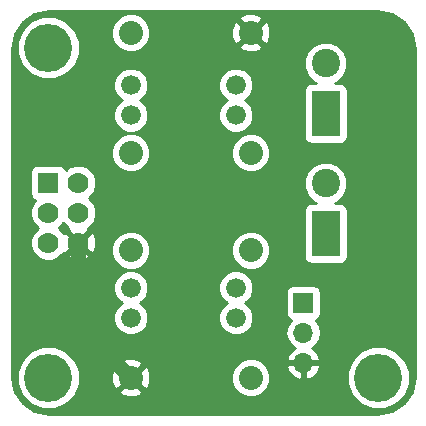
<source format=gbl>
G04 #@! TF.FileFunction,Copper,L2,Bot,Signal*
%FSLAX46Y46*%
G04 Gerber Fmt 4.6, Leading zero omitted, Abs format (unit mm)*
G04 Created by KiCad (PCBNEW 4.0.7-e2-6376~58~ubuntu16.04.1) date Thu Sep 21 22:43:52 2017*
%MOMM*%
%LPD*%
G01*
G04 APERTURE LIST*
%ADD10C,0.050800*%
%ADD11C,2.400000*%
%ADD12R,2.400000X2.400000*%
%ADD13R,1.700000X1.700000*%
%ADD14O,1.700000X1.700000*%
%ADD15C,1.676400*%
%ADD16R,1.778000X1.778000*%
%ADD17C,1.778000*%
%ADD18C,2.032000*%
%ADD19C,4.064000*%
%ADD20C,1.270000*%
%ADD21C,0.254000*%
G04 APERTURE END LIST*
D10*
D11*
X82550000Y-34330000D03*
D12*
X82550000Y-39330000D03*
X82550000Y-37830000D03*
D11*
X82550000Y-44490000D03*
D12*
X82550000Y-49490000D03*
X82550000Y-47990000D03*
D13*
X80645000Y-54610000D03*
D14*
X80645000Y-57150000D03*
X80645000Y-59690000D03*
D15*
X74930000Y-36195000D03*
X74930000Y-38735000D03*
X66040000Y-38735000D03*
X66040000Y-36195000D03*
X74930000Y-55880000D03*
X74930000Y-53340000D03*
X66040000Y-53340000D03*
X66040000Y-55880000D03*
D16*
X59055000Y-44450000D03*
D17*
X61595000Y-44450000D03*
X59055000Y-46990000D03*
X61595000Y-46990000D03*
X59055000Y-49530000D03*
X61595000Y-49530000D03*
D18*
X66040000Y-41910000D03*
X76200000Y-41910000D03*
X66040000Y-31750000D03*
X76200000Y-31750000D03*
X66040000Y-50165000D03*
X76200000Y-50165000D03*
X76200000Y-60960000D03*
X66040000Y-60960000D03*
D19*
X59055000Y-33020000D03*
X59055000Y-60960000D03*
X86995000Y-60960000D03*
D20*
X61595000Y-49530000D02*
X61595000Y-56515000D01*
X61595000Y-56515000D02*
X66040000Y-60960000D01*
D21*
G36*
X88175995Y-30168824D02*
X89177196Y-30837804D01*
X89846175Y-31839005D01*
X90095000Y-33089931D01*
X90095000Y-60890069D01*
X89846175Y-62140995D01*
X89177196Y-63142196D01*
X88175995Y-63811176D01*
X86925069Y-64060000D01*
X59124931Y-64060000D01*
X57874005Y-63811175D01*
X56872804Y-63142196D01*
X56203824Y-62140995D01*
X56073970Y-61488172D01*
X56387538Y-61488172D01*
X56792709Y-62468761D01*
X57542293Y-63219655D01*
X58522173Y-63626536D01*
X59583172Y-63627462D01*
X60563761Y-63222291D01*
X61314655Y-62472707D01*
X61459406Y-62124107D01*
X65055498Y-62124107D01*
X65156120Y-62392622D01*
X65771642Y-62621816D01*
X66428019Y-62598014D01*
X66923880Y-62392622D01*
X67024502Y-62124107D01*
X66040000Y-61139605D01*
X65055498Y-62124107D01*
X61459406Y-62124107D01*
X61721536Y-61492827D01*
X61722235Y-60691642D01*
X64378184Y-60691642D01*
X64401986Y-61348019D01*
X64607378Y-61843880D01*
X64875893Y-61944502D01*
X65860395Y-60960000D01*
X66219605Y-60960000D01*
X67204107Y-61944502D01*
X67472622Y-61843880D01*
X67679994Y-61286963D01*
X74548714Y-61286963D01*
X74799534Y-61893995D01*
X75263563Y-62358834D01*
X75870155Y-62610713D01*
X76526963Y-62611286D01*
X77133995Y-62360466D01*
X77598834Y-61896437D01*
X77768360Y-61488172D01*
X84327538Y-61488172D01*
X84732709Y-62468761D01*
X85482293Y-63219655D01*
X86462173Y-63626536D01*
X87523172Y-63627462D01*
X88503761Y-63222291D01*
X89254655Y-62472707D01*
X89661536Y-61492827D01*
X89662462Y-60431828D01*
X89257291Y-59451239D01*
X88507707Y-58700345D01*
X87527827Y-58293464D01*
X86466828Y-58292538D01*
X85486239Y-58697709D01*
X84735345Y-59447293D01*
X84328464Y-60427173D01*
X84327538Y-61488172D01*
X77768360Y-61488172D01*
X77850713Y-61289845D01*
X77851286Y-60633037D01*
X77609096Y-60046890D01*
X79203524Y-60046890D01*
X79373355Y-60456924D01*
X79763642Y-60885183D01*
X80288108Y-61131486D01*
X80518000Y-61010819D01*
X80518000Y-59817000D01*
X80772000Y-59817000D01*
X80772000Y-61010819D01*
X81001892Y-61131486D01*
X81526358Y-60885183D01*
X81916645Y-60456924D01*
X82086476Y-60046890D01*
X81965155Y-59817000D01*
X80772000Y-59817000D01*
X80518000Y-59817000D01*
X79324845Y-59817000D01*
X79203524Y-60046890D01*
X77609096Y-60046890D01*
X77600466Y-60026005D01*
X77136437Y-59561166D01*
X76529845Y-59309287D01*
X75873037Y-59308714D01*
X75266005Y-59559534D01*
X74801166Y-60023563D01*
X74549287Y-60630155D01*
X74548714Y-61286963D01*
X67679994Y-61286963D01*
X67701816Y-61228358D01*
X67678014Y-60571981D01*
X67472622Y-60076120D01*
X67204107Y-59975498D01*
X66219605Y-60960000D01*
X65860395Y-60960000D01*
X64875893Y-59975498D01*
X64607378Y-60076120D01*
X64378184Y-60691642D01*
X61722235Y-60691642D01*
X61722462Y-60431828D01*
X61459700Y-59795893D01*
X65055498Y-59795893D01*
X66040000Y-60780395D01*
X67024502Y-59795893D01*
X66923880Y-59527378D01*
X66308358Y-59298184D01*
X65651981Y-59321986D01*
X65156120Y-59527378D01*
X65055498Y-59795893D01*
X61459700Y-59795893D01*
X61317291Y-59451239D01*
X60567707Y-58700345D01*
X59587827Y-58293464D01*
X58526828Y-58292538D01*
X57546239Y-58697709D01*
X56795345Y-59447293D01*
X56388464Y-60427173D01*
X56387538Y-61488172D01*
X56073970Y-61488172D01*
X55955000Y-60890069D01*
X55955000Y-53631752D01*
X64566545Y-53631752D01*
X64790353Y-54173411D01*
X65204409Y-54588190D01*
X65256392Y-54609775D01*
X65206589Y-54630353D01*
X64791810Y-55044409D01*
X64567056Y-55585677D01*
X64566545Y-56171752D01*
X64790353Y-56713411D01*
X65204409Y-57128190D01*
X65745677Y-57352944D01*
X66331752Y-57353455D01*
X66873411Y-57129647D01*
X67288190Y-56715591D01*
X67512944Y-56174323D01*
X67513455Y-55588248D01*
X67289647Y-55046589D01*
X66875591Y-54631810D01*
X66823608Y-54610225D01*
X66873411Y-54589647D01*
X67288190Y-54175591D01*
X67512944Y-53634323D01*
X67512946Y-53631752D01*
X73456545Y-53631752D01*
X73680353Y-54173411D01*
X74094409Y-54588190D01*
X74146392Y-54609775D01*
X74096589Y-54630353D01*
X73681810Y-55044409D01*
X73457056Y-55585677D01*
X73456545Y-56171752D01*
X73680353Y-56713411D01*
X74094409Y-57128190D01*
X74635677Y-57352944D01*
X75221752Y-57353455D01*
X75714152Y-57150000D01*
X79130907Y-57150000D01*
X79243946Y-57718285D01*
X79565853Y-58200054D01*
X79906553Y-58427702D01*
X79763642Y-58494817D01*
X79373355Y-58923076D01*
X79203524Y-59333110D01*
X79324845Y-59563000D01*
X80518000Y-59563000D01*
X80518000Y-59543000D01*
X80772000Y-59543000D01*
X80772000Y-59563000D01*
X81965155Y-59563000D01*
X82086476Y-59333110D01*
X81916645Y-58923076D01*
X81526358Y-58494817D01*
X81383447Y-58427702D01*
X81724147Y-58200054D01*
X82046054Y-57718285D01*
X82159093Y-57150000D01*
X82046054Y-56581715D01*
X81724147Y-56099946D01*
X81682548Y-56072150D01*
X81730317Y-56063162D01*
X81946441Y-55924090D01*
X82091431Y-55711890D01*
X82142440Y-55460000D01*
X82142440Y-53760000D01*
X82098162Y-53524683D01*
X81959090Y-53308559D01*
X81746890Y-53163569D01*
X81495000Y-53112560D01*
X79795000Y-53112560D01*
X79559683Y-53156838D01*
X79343559Y-53295910D01*
X79198569Y-53508110D01*
X79147560Y-53760000D01*
X79147560Y-55460000D01*
X79191838Y-55695317D01*
X79330910Y-55911441D01*
X79543110Y-56056431D01*
X79610541Y-56070086D01*
X79565853Y-56099946D01*
X79243946Y-56581715D01*
X79130907Y-57150000D01*
X75714152Y-57150000D01*
X75763411Y-57129647D01*
X76178190Y-56715591D01*
X76402944Y-56174323D01*
X76403455Y-55588248D01*
X76179647Y-55046589D01*
X75765591Y-54631810D01*
X75713608Y-54610225D01*
X75763411Y-54589647D01*
X76178190Y-54175591D01*
X76402944Y-53634323D01*
X76403455Y-53048248D01*
X76179647Y-52506589D01*
X75765591Y-52091810D01*
X75224323Y-51867056D01*
X74638248Y-51866545D01*
X74096589Y-52090353D01*
X73681810Y-52504409D01*
X73457056Y-53045677D01*
X73456545Y-53631752D01*
X67512946Y-53631752D01*
X67513455Y-53048248D01*
X67289647Y-52506589D01*
X66875591Y-52091810D01*
X66334323Y-51867056D01*
X65748248Y-51866545D01*
X65206589Y-52090353D01*
X64791810Y-52504409D01*
X64567056Y-53045677D01*
X64566545Y-53631752D01*
X55955000Y-53631752D01*
X55955000Y-43561000D01*
X57518560Y-43561000D01*
X57518560Y-45339000D01*
X57562838Y-45574317D01*
X57701910Y-45790441D01*
X57914110Y-45935431D01*
X57947494Y-45942191D01*
X57763769Y-46125596D01*
X57531265Y-46685528D01*
X57530736Y-47291812D01*
X57762262Y-47852149D01*
X58169737Y-48260336D01*
X57763769Y-48665596D01*
X57531265Y-49225528D01*
X57530736Y-49831812D01*
X57762262Y-50392149D01*
X58190596Y-50821231D01*
X58750528Y-51053735D01*
X59356812Y-51054264D01*
X59917149Y-50822738D01*
X60138076Y-50602196D01*
X60702409Y-50602196D01*
X60787467Y-50857539D01*
X61356965Y-51065516D01*
X61962700Y-51039723D01*
X62402533Y-50857539D01*
X62487591Y-50602196D01*
X62377358Y-50491963D01*
X64388714Y-50491963D01*
X64639534Y-51098995D01*
X65103563Y-51563834D01*
X65710155Y-51815713D01*
X66366963Y-51816286D01*
X66973995Y-51565466D01*
X67438834Y-51101437D01*
X67690713Y-50494845D01*
X67690715Y-50491963D01*
X74548714Y-50491963D01*
X74799534Y-51098995D01*
X75263563Y-51563834D01*
X75870155Y-51815713D01*
X76526963Y-51816286D01*
X77133995Y-51565466D01*
X77598834Y-51101437D01*
X77850713Y-50494845D01*
X77851286Y-49838037D01*
X77600466Y-49231005D01*
X77136437Y-48766166D01*
X76529845Y-48514287D01*
X75873037Y-48513714D01*
X75266005Y-48764534D01*
X74801166Y-49228563D01*
X74549287Y-49835155D01*
X74548714Y-50491963D01*
X67690715Y-50491963D01*
X67691286Y-49838037D01*
X67440466Y-49231005D01*
X66976437Y-48766166D01*
X66369845Y-48514287D01*
X65713037Y-48513714D01*
X65106005Y-48764534D01*
X64641166Y-49228563D01*
X64389287Y-49835155D01*
X64388714Y-50491963D01*
X62377358Y-50491963D01*
X61595000Y-49709605D01*
X60702409Y-50602196D01*
X60138076Y-50602196D01*
X60346231Y-50394404D01*
X60357405Y-50367494D01*
X60522804Y-50422591D01*
X61415395Y-49530000D01*
X61774605Y-49530000D01*
X62667196Y-50422591D01*
X62922539Y-50337533D01*
X63130516Y-49768035D01*
X63104723Y-49162300D01*
X62922539Y-48722467D01*
X62667196Y-48637409D01*
X61774605Y-49530000D01*
X61415395Y-49530000D01*
X60522804Y-48637409D01*
X60357862Y-48692353D01*
X60347738Y-48667851D01*
X59940263Y-48259664D01*
X60325336Y-47875263D01*
X60730596Y-48281231D01*
X60757506Y-48292405D01*
X60702409Y-48457804D01*
X61595000Y-49350395D01*
X62487591Y-48457804D01*
X62432647Y-48292862D01*
X62457149Y-48282738D01*
X62886231Y-47854404D01*
X63118735Y-47294472D01*
X63119175Y-46790000D01*
X80702560Y-46790000D01*
X80702560Y-50690000D01*
X80746838Y-50925317D01*
X80885910Y-51141441D01*
X81098110Y-51286431D01*
X81350000Y-51337440D01*
X83750000Y-51337440D01*
X83985317Y-51293162D01*
X84201441Y-51154090D01*
X84346431Y-50941890D01*
X84397440Y-50690000D01*
X84397440Y-46790000D01*
X84353162Y-46554683D01*
X84214090Y-46338559D01*
X84001890Y-46193569D01*
X83750000Y-46142560D01*
X83355712Y-46142560D01*
X83588086Y-46046545D01*
X84104730Y-45530801D01*
X84384681Y-44856605D01*
X84385318Y-44126597D01*
X84106545Y-43451914D01*
X83590801Y-42935270D01*
X82916605Y-42655319D01*
X82186597Y-42654682D01*
X81511914Y-42933455D01*
X80995270Y-43449199D01*
X80715319Y-44123395D01*
X80714682Y-44853403D01*
X80993455Y-45528086D01*
X81509199Y-46044730D01*
X81744799Y-46142560D01*
X81350000Y-46142560D01*
X81114683Y-46186838D01*
X80898559Y-46325910D01*
X80753569Y-46538110D01*
X80702560Y-46790000D01*
X63119175Y-46790000D01*
X63119264Y-46688188D01*
X62887738Y-46127851D01*
X62480263Y-45719664D01*
X62886231Y-45314404D01*
X63118735Y-44754472D01*
X63119264Y-44148188D01*
X62887738Y-43587851D01*
X62459404Y-43158769D01*
X61899472Y-42926265D01*
X61293188Y-42925736D01*
X60732851Y-43157262D01*
X60549846Y-43339948D01*
X60547162Y-43325683D01*
X60408090Y-43109559D01*
X60195890Y-42964569D01*
X59944000Y-42913560D01*
X58166000Y-42913560D01*
X57930683Y-42957838D01*
X57714559Y-43096910D01*
X57569569Y-43309110D01*
X57518560Y-43561000D01*
X55955000Y-43561000D01*
X55955000Y-42236963D01*
X64388714Y-42236963D01*
X64639534Y-42843995D01*
X65103563Y-43308834D01*
X65710155Y-43560713D01*
X66366963Y-43561286D01*
X66973995Y-43310466D01*
X67438834Y-42846437D01*
X67690713Y-42239845D01*
X67690715Y-42236963D01*
X74548714Y-42236963D01*
X74799534Y-42843995D01*
X75263563Y-43308834D01*
X75870155Y-43560713D01*
X76526963Y-43561286D01*
X77133995Y-43310466D01*
X77598834Y-42846437D01*
X77850713Y-42239845D01*
X77851286Y-41583037D01*
X77600466Y-40976005D01*
X77136437Y-40511166D01*
X76529845Y-40259287D01*
X75873037Y-40258714D01*
X75266005Y-40509534D01*
X74801166Y-40973563D01*
X74549287Y-41580155D01*
X74548714Y-42236963D01*
X67690715Y-42236963D01*
X67691286Y-41583037D01*
X67440466Y-40976005D01*
X66976437Y-40511166D01*
X66369845Y-40259287D01*
X65713037Y-40258714D01*
X65106005Y-40509534D01*
X64641166Y-40973563D01*
X64389287Y-41580155D01*
X64388714Y-42236963D01*
X55955000Y-42236963D01*
X55955000Y-36486752D01*
X64566545Y-36486752D01*
X64790353Y-37028411D01*
X65204409Y-37443190D01*
X65256392Y-37464775D01*
X65206589Y-37485353D01*
X64791810Y-37899409D01*
X64567056Y-38440677D01*
X64566545Y-39026752D01*
X64790353Y-39568411D01*
X65204409Y-39983190D01*
X65745677Y-40207944D01*
X66331752Y-40208455D01*
X66873411Y-39984647D01*
X67288190Y-39570591D01*
X67512944Y-39029323D01*
X67513455Y-38443248D01*
X67289647Y-37901589D01*
X66875591Y-37486810D01*
X66823608Y-37465225D01*
X66873411Y-37444647D01*
X67288190Y-37030591D01*
X67512944Y-36489323D01*
X67512946Y-36486752D01*
X73456545Y-36486752D01*
X73680353Y-37028411D01*
X74094409Y-37443190D01*
X74146392Y-37464775D01*
X74096589Y-37485353D01*
X73681810Y-37899409D01*
X73457056Y-38440677D01*
X73456545Y-39026752D01*
X73680353Y-39568411D01*
X74094409Y-39983190D01*
X74635677Y-40207944D01*
X75221752Y-40208455D01*
X75763411Y-39984647D01*
X76178190Y-39570591D01*
X76402944Y-39029323D01*
X76403455Y-38443248D01*
X76179647Y-37901589D01*
X75765591Y-37486810D01*
X75713608Y-37465225D01*
X75763411Y-37444647D01*
X76178190Y-37030591D01*
X76344529Y-36630000D01*
X80702560Y-36630000D01*
X80702560Y-40530000D01*
X80746838Y-40765317D01*
X80885910Y-40981441D01*
X81098110Y-41126431D01*
X81350000Y-41177440D01*
X83750000Y-41177440D01*
X83985317Y-41133162D01*
X84201441Y-40994090D01*
X84346431Y-40781890D01*
X84397440Y-40530000D01*
X84397440Y-36630000D01*
X84353162Y-36394683D01*
X84214090Y-36178559D01*
X84001890Y-36033569D01*
X83750000Y-35982560D01*
X83355712Y-35982560D01*
X83588086Y-35886545D01*
X84104730Y-35370801D01*
X84384681Y-34696605D01*
X84385318Y-33966597D01*
X84106545Y-33291914D01*
X83590801Y-32775270D01*
X82916605Y-32495319D01*
X82186597Y-32494682D01*
X81511914Y-32773455D01*
X80995270Y-33289199D01*
X80715319Y-33963395D01*
X80714682Y-34693403D01*
X80993455Y-35368086D01*
X81509199Y-35884730D01*
X81744799Y-35982560D01*
X81350000Y-35982560D01*
X81114683Y-36026838D01*
X80898559Y-36165910D01*
X80753569Y-36378110D01*
X80702560Y-36630000D01*
X76344529Y-36630000D01*
X76402944Y-36489323D01*
X76403455Y-35903248D01*
X76179647Y-35361589D01*
X75765591Y-34946810D01*
X75224323Y-34722056D01*
X74638248Y-34721545D01*
X74096589Y-34945353D01*
X73681810Y-35359409D01*
X73457056Y-35900677D01*
X73456545Y-36486752D01*
X67512946Y-36486752D01*
X67513455Y-35903248D01*
X67289647Y-35361589D01*
X66875591Y-34946810D01*
X66334323Y-34722056D01*
X65748248Y-34721545D01*
X65206589Y-34945353D01*
X64791810Y-35359409D01*
X64567056Y-35900677D01*
X64566545Y-36486752D01*
X55955000Y-36486752D01*
X55955000Y-33548172D01*
X56387538Y-33548172D01*
X56792709Y-34528761D01*
X57542293Y-35279655D01*
X58522173Y-35686536D01*
X59583172Y-35687462D01*
X60563761Y-35282291D01*
X61314655Y-34532707D01*
X61721536Y-33552827D01*
X61722462Y-32491828D01*
X61551044Y-32076963D01*
X64388714Y-32076963D01*
X64639534Y-32683995D01*
X65103563Y-33148834D01*
X65710155Y-33400713D01*
X66366963Y-33401286D01*
X66973995Y-33150466D01*
X67210766Y-32914107D01*
X75215498Y-32914107D01*
X75316120Y-33182622D01*
X75931642Y-33411816D01*
X76588019Y-33388014D01*
X77083880Y-33182622D01*
X77184502Y-32914107D01*
X76200000Y-31929605D01*
X75215498Y-32914107D01*
X67210766Y-32914107D01*
X67438834Y-32686437D01*
X67690713Y-32079845D01*
X67691234Y-31481642D01*
X74538184Y-31481642D01*
X74561986Y-32138019D01*
X74767378Y-32633880D01*
X75035893Y-32734502D01*
X76020395Y-31750000D01*
X76379605Y-31750000D01*
X77364107Y-32734502D01*
X77632622Y-32633880D01*
X77861816Y-32018358D01*
X77838014Y-31361981D01*
X77632622Y-30866120D01*
X77364107Y-30765498D01*
X76379605Y-31750000D01*
X76020395Y-31750000D01*
X75035893Y-30765498D01*
X74767378Y-30866120D01*
X74538184Y-31481642D01*
X67691234Y-31481642D01*
X67691286Y-31423037D01*
X67440466Y-30816005D01*
X67210755Y-30585893D01*
X75215498Y-30585893D01*
X76200000Y-31570395D01*
X77184502Y-30585893D01*
X77083880Y-30317378D01*
X76468358Y-30088184D01*
X75811981Y-30111986D01*
X75316120Y-30317378D01*
X75215498Y-30585893D01*
X67210755Y-30585893D01*
X66976437Y-30351166D01*
X66369845Y-30099287D01*
X65713037Y-30098714D01*
X65106005Y-30349534D01*
X64641166Y-30813563D01*
X64389287Y-31420155D01*
X64388714Y-32076963D01*
X61551044Y-32076963D01*
X61317291Y-31511239D01*
X60567707Y-30760345D01*
X59587827Y-30353464D01*
X58526828Y-30352538D01*
X57546239Y-30757709D01*
X56795345Y-31507293D01*
X56388464Y-32487173D01*
X56387538Y-33548172D01*
X55955000Y-33548172D01*
X55955000Y-33089931D01*
X56203824Y-31839005D01*
X56872804Y-30837804D01*
X57874005Y-30168825D01*
X59124931Y-29920000D01*
X86925069Y-29920000D01*
X88175995Y-30168824D01*
X88175995Y-30168824D01*
G37*
X88175995Y-30168824D02*
X89177196Y-30837804D01*
X89846175Y-31839005D01*
X90095000Y-33089931D01*
X90095000Y-60890069D01*
X89846175Y-62140995D01*
X89177196Y-63142196D01*
X88175995Y-63811176D01*
X86925069Y-64060000D01*
X59124931Y-64060000D01*
X57874005Y-63811175D01*
X56872804Y-63142196D01*
X56203824Y-62140995D01*
X56073970Y-61488172D01*
X56387538Y-61488172D01*
X56792709Y-62468761D01*
X57542293Y-63219655D01*
X58522173Y-63626536D01*
X59583172Y-63627462D01*
X60563761Y-63222291D01*
X61314655Y-62472707D01*
X61459406Y-62124107D01*
X65055498Y-62124107D01*
X65156120Y-62392622D01*
X65771642Y-62621816D01*
X66428019Y-62598014D01*
X66923880Y-62392622D01*
X67024502Y-62124107D01*
X66040000Y-61139605D01*
X65055498Y-62124107D01*
X61459406Y-62124107D01*
X61721536Y-61492827D01*
X61722235Y-60691642D01*
X64378184Y-60691642D01*
X64401986Y-61348019D01*
X64607378Y-61843880D01*
X64875893Y-61944502D01*
X65860395Y-60960000D01*
X66219605Y-60960000D01*
X67204107Y-61944502D01*
X67472622Y-61843880D01*
X67679994Y-61286963D01*
X74548714Y-61286963D01*
X74799534Y-61893995D01*
X75263563Y-62358834D01*
X75870155Y-62610713D01*
X76526963Y-62611286D01*
X77133995Y-62360466D01*
X77598834Y-61896437D01*
X77768360Y-61488172D01*
X84327538Y-61488172D01*
X84732709Y-62468761D01*
X85482293Y-63219655D01*
X86462173Y-63626536D01*
X87523172Y-63627462D01*
X88503761Y-63222291D01*
X89254655Y-62472707D01*
X89661536Y-61492827D01*
X89662462Y-60431828D01*
X89257291Y-59451239D01*
X88507707Y-58700345D01*
X87527827Y-58293464D01*
X86466828Y-58292538D01*
X85486239Y-58697709D01*
X84735345Y-59447293D01*
X84328464Y-60427173D01*
X84327538Y-61488172D01*
X77768360Y-61488172D01*
X77850713Y-61289845D01*
X77851286Y-60633037D01*
X77609096Y-60046890D01*
X79203524Y-60046890D01*
X79373355Y-60456924D01*
X79763642Y-60885183D01*
X80288108Y-61131486D01*
X80518000Y-61010819D01*
X80518000Y-59817000D01*
X80772000Y-59817000D01*
X80772000Y-61010819D01*
X81001892Y-61131486D01*
X81526358Y-60885183D01*
X81916645Y-60456924D01*
X82086476Y-60046890D01*
X81965155Y-59817000D01*
X80772000Y-59817000D01*
X80518000Y-59817000D01*
X79324845Y-59817000D01*
X79203524Y-60046890D01*
X77609096Y-60046890D01*
X77600466Y-60026005D01*
X77136437Y-59561166D01*
X76529845Y-59309287D01*
X75873037Y-59308714D01*
X75266005Y-59559534D01*
X74801166Y-60023563D01*
X74549287Y-60630155D01*
X74548714Y-61286963D01*
X67679994Y-61286963D01*
X67701816Y-61228358D01*
X67678014Y-60571981D01*
X67472622Y-60076120D01*
X67204107Y-59975498D01*
X66219605Y-60960000D01*
X65860395Y-60960000D01*
X64875893Y-59975498D01*
X64607378Y-60076120D01*
X64378184Y-60691642D01*
X61722235Y-60691642D01*
X61722462Y-60431828D01*
X61459700Y-59795893D01*
X65055498Y-59795893D01*
X66040000Y-60780395D01*
X67024502Y-59795893D01*
X66923880Y-59527378D01*
X66308358Y-59298184D01*
X65651981Y-59321986D01*
X65156120Y-59527378D01*
X65055498Y-59795893D01*
X61459700Y-59795893D01*
X61317291Y-59451239D01*
X60567707Y-58700345D01*
X59587827Y-58293464D01*
X58526828Y-58292538D01*
X57546239Y-58697709D01*
X56795345Y-59447293D01*
X56388464Y-60427173D01*
X56387538Y-61488172D01*
X56073970Y-61488172D01*
X55955000Y-60890069D01*
X55955000Y-53631752D01*
X64566545Y-53631752D01*
X64790353Y-54173411D01*
X65204409Y-54588190D01*
X65256392Y-54609775D01*
X65206589Y-54630353D01*
X64791810Y-55044409D01*
X64567056Y-55585677D01*
X64566545Y-56171752D01*
X64790353Y-56713411D01*
X65204409Y-57128190D01*
X65745677Y-57352944D01*
X66331752Y-57353455D01*
X66873411Y-57129647D01*
X67288190Y-56715591D01*
X67512944Y-56174323D01*
X67513455Y-55588248D01*
X67289647Y-55046589D01*
X66875591Y-54631810D01*
X66823608Y-54610225D01*
X66873411Y-54589647D01*
X67288190Y-54175591D01*
X67512944Y-53634323D01*
X67512946Y-53631752D01*
X73456545Y-53631752D01*
X73680353Y-54173411D01*
X74094409Y-54588190D01*
X74146392Y-54609775D01*
X74096589Y-54630353D01*
X73681810Y-55044409D01*
X73457056Y-55585677D01*
X73456545Y-56171752D01*
X73680353Y-56713411D01*
X74094409Y-57128190D01*
X74635677Y-57352944D01*
X75221752Y-57353455D01*
X75714152Y-57150000D01*
X79130907Y-57150000D01*
X79243946Y-57718285D01*
X79565853Y-58200054D01*
X79906553Y-58427702D01*
X79763642Y-58494817D01*
X79373355Y-58923076D01*
X79203524Y-59333110D01*
X79324845Y-59563000D01*
X80518000Y-59563000D01*
X80518000Y-59543000D01*
X80772000Y-59543000D01*
X80772000Y-59563000D01*
X81965155Y-59563000D01*
X82086476Y-59333110D01*
X81916645Y-58923076D01*
X81526358Y-58494817D01*
X81383447Y-58427702D01*
X81724147Y-58200054D01*
X82046054Y-57718285D01*
X82159093Y-57150000D01*
X82046054Y-56581715D01*
X81724147Y-56099946D01*
X81682548Y-56072150D01*
X81730317Y-56063162D01*
X81946441Y-55924090D01*
X82091431Y-55711890D01*
X82142440Y-55460000D01*
X82142440Y-53760000D01*
X82098162Y-53524683D01*
X81959090Y-53308559D01*
X81746890Y-53163569D01*
X81495000Y-53112560D01*
X79795000Y-53112560D01*
X79559683Y-53156838D01*
X79343559Y-53295910D01*
X79198569Y-53508110D01*
X79147560Y-53760000D01*
X79147560Y-55460000D01*
X79191838Y-55695317D01*
X79330910Y-55911441D01*
X79543110Y-56056431D01*
X79610541Y-56070086D01*
X79565853Y-56099946D01*
X79243946Y-56581715D01*
X79130907Y-57150000D01*
X75714152Y-57150000D01*
X75763411Y-57129647D01*
X76178190Y-56715591D01*
X76402944Y-56174323D01*
X76403455Y-55588248D01*
X76179647Y-55046589D01*
X75765591Y-54631810D01*
X75713608Y-54610225D01*
X75763411Y-54589647D01*
X76178190Y-54175591D01*
X76402944Y-53634323D01*
X76403455Y-53048248D01*
X76179647Y-52506589D01*
X75765591Y-52091810D01*
X75224323Y-51867056D01*
X74638248Y-51866545D01*
X74096589Y-52090353D01*
X73681810Y-52504409D01*
X73457056Y-53045677D01*
X73456545Y-53631752D01*
X67512946Y-53631752D01*
X67513455Y-53048248D01*
X67289647Y-52506589D01*
X66875591Y-52091810D01*
X66334323Y-51867056D01*
X65748248Y-51866545D01*
X65206589Y-52090353D01*
X64791810Y-52504409D01*
X64567056Y-53045677D01*
X64566545Y-53631752D01*
X55955000Y-53631752D01*
X55955000Y-43561000D01*
X57518560Y-43561000D01*
X57518560Y-45339000D01*
X57562838Y-45574317D01*
X57701910Y-45790441D01*
X57914110Y-45935431D01*
X57947494Y-45942191D01*
X57763769Y-46125596D01*
X57531265Y-46685528D01*
X57530736Y-47291812D01*
X57762262Y-47852149D01*
X58169737Y-48260336D01*
X57763769Y-48665596D01*
X57531265Y-49225528D01*
X57530736Y-49831812D01*
X57762262Y-50392149D01*
X58190596Y-50821231D01*
X58750528Y-51053735D01*
X59356812Y-51054264D01*
X59917149Y-50822738D01*
X60138076Y-50602196D01*
X60702409Y-50602196D01*
X60787467Y-50857539D01*
X61356965Y-51065516D01*
X61962700Y-51039723D01*
X62402533Y-50857539D01*
X62487591Y-50602196D01*
X62377358Y-50491963D01*
X64388714Y-50491963D01*
X64639534Y-51098995D01*
X65103563Y-51563834D01*
X65710155Y-51815713D01*
X66366963Y-51816286D01*
X66973995Y-51565466D01*
X67438834Y-51101437D01*
X67690713Y-50494845D01*
X67690715Y-50491963D01*
X74548714Y-50491963D01*
X74799534Y-51098995D01*
X75263563Y-51563834D01*
X75870155Y-51815713D01*
X76526963Y-51816286D01*
X77133995Y-51565466D01*
X77598834Y-51101437D01*
X77850713Y-50494845D01*
X77851286Y-49838037D01*
X77600466Y-49231005D01*
X77136437Y-48766166D01*
X76529845Y-48514287D01*
X75873037Y-48513714D01*
X75266005Y-48764534D01*
X74801166Y-49228563D01*
X74549287Y-49835155D01*
X74548714Y-50491963D01*
X67690715Y-50491963D01*
X67691286Y-49838037D01*
X67440466Y-49231005D01*
X66976437Y-48766166D01*
X66369845Y-48514287D01*
X65713037Y-48513714D01*
X65106005Y-48764534D01*
X64641166Y-49228563D01*
X64389287Y-49835155D01*
X64388714Y-50491963D01*
X62377358Y-50491963D01*
X61595000Y-49709605D01*
X60702409Y-50602196D01*
X60138076Y-50602196D01*
X60346231Y-50394404D01*
X60357405Y-50367494D01*
X60522804Y-50422591D01*
X61415395Y-49530000D01*
X61774605Y-49530000D01*
X62667196Y-50422591D01*
X62922539Y-50337533D01*
X63130516Y-49768035D01*
X63104723Y-49162300D01*
X62922539Y-48722467D01*
X62667196Y-48637409D01*
X61774605Y-49530000D01*
X61415395Y-49530000D01*
X60522804Y-48637409D01*
X60357862Y-48692353D01*
X60347738Y-48667851D01*
X59940263Y-48259664D01*
X60325336Y-47875263D01*
X60730596Y-48281231D01*
X60757506Y-48292405D01*
X60702409Y-48457804D01*
X61595000Y-49350395D01*
X62487591Y-48457804D01*
X62432647Y-48292862D01*
X62457149Y-48282738D01*
X62886231Y-47854404D01*
X63118735Y-47294472D01*
X63119175Y-46790000D01*
X80702560Y-46790000D01*
X80702560Y-50690000D01*
X80746838Y-50925317D01*
X80885910Y-51141441D01*
X81098110Y-51286431D01*
X81350000Y-51337440D01*
X83750000Y-51337440D01*
X83985317Y-51293162D01*
X84201441Y-51154090D01*
X84346431Y-50941890D01*
X84397440Y-50690000D01*
X84397440Y-46790000D01*
X84353162Y-46554683D01*
X84214090Y-46338559D01*
X84001890Y-46193569D01*
X83750000Y-46142560D01*
X83355712Y-46142560D01*
X83588086Y-46046545D01*
X84104730Y-45530801D01*
X84384681Y-44856605D01*
X84385318Y-44126597D01*
X84106545Y-43451914D01*
X83590801Y-42935270D01*
X82916605Y-42655319D01*
X82186597Y-42654682D01*
X81511914Y-42933455D01*
X80995270Y-43449199D01*
X80715319Y-44123395D01*
X80714682Y-44853403D01*
X80993455Y-45528086D01*
X81509199Y-46044730D01*
X81744799Y-46142560D01*
X81350000Y-46142560D01*
X81114683Y-46186838D01*
X80898559Y-46325910D01*
X80753569Y-46538110D01*
X80702560Y-46790000D01*
X63119175Y-46790000D01*
X63119264Y-46688188D01*
X62887738Y-46127851D01*
X62480263Y-45719664D01*
X62886231Y-45314404D01*
X63118735Y-44754472D01*
X63119264Y-44148188D01*
X62887738Y-43587851D01*
X62459404Y-43158769D01*
X61899472Y-42926265D01*
X61293188Y-42925736D01*
X60732851Y-43157262D01*
X60549846Y-43339948D01*
X60547162Y-43325683D01*
X60408090Y-43109559D01*
X60195890Y-42964569D01*
X59944000Y-42913560D01*
X58166000Y-42913560D01*
X57930683Y-42957838D01*
X57714559Y-43096910D01*
X57569569Y-43309110D01*
X57518560Y-43561000D01*
X55955000Y-43561000D01*
X55955000Y-42236963D01*
X64388714Y-42236963D01*
X64639534Y-42843995D01*
X65103563Y-43308834D01*
X65710155Y-43560713D01*
X66366963Y-43561286D01*
X66973995Y-43310466D01*
X67438834Y-42846437D01*
X67690713Y-42239845D01*
X67690715Y-42236963D01*
X74548714Y-42236963D01*
X74799534Y-42843995D01*
X75263563Y-43308834D01*
X75870155Y-43560713D01*
X76526963Y-43561286D01*
X77133995Y-43310466D01*
X77598834Y-42846437D01*
X77850713Y-42239845D01*
X77851286Y-41583037D01*
X77600466Y-40976005D01*
X77136437Y-40511166D01*
X76529845Y-40259287D01*
X75873037Y-40258714D01*
X75266005Y-40509534D01*
X74801166Y-40973563D01*
X74549287Y-41580155D01*
X74548714Y-42236963D01*
X67690715Y-42236963D01*
X67691286Y-41583037D01*
X67440466Y-40976005D01*
X66976437Y-40511166D01*
X66369845Y-40259287D01*
X65713037Y-40258714D01*
X65106005Y-40509534D01*
X64641166Y-40973563D01*
X64389287Y-41580155D01*
X64388714Y-42236963D01*
X55955000Y-42236963D01*
X55955000Y-36486752D01*
X64566545Y-36486752D01*
X64790353Y-37028411D01*
X65204409Y-37443190D01*
X65256392Y-37464775D01*
X65206589Y-37485353D01*
X64791810Y-37899409D01*
X64567056Y-38440677D01*
X64566545Y-39026752D01*
X64790353Y-39568411D01*
X65204409Y-39983190D01*
X65745677Y-40207944D01*
X66331752Y-40208455D01*
X66873411Y-39984647D01*
X67288190Y-39570591D01*
X67512944Y-39029323D01*
X67513455Y-38443248D01*
X67289647Y-37901589D01*
X66875591Y-37486810D01*
X66823608Y-37465225D01*
X66873411Y-37444647D01*
X67288190Y-37030591D01*
X67512944Y-36489323D01*
X67512946Y-36486752D01*
X73456545Y-36486752D01*
X73680353Y-37028411D01*
X74094409Y-37443190D01*
X74146392Y-37464775D01*
X74096589Y-37485353D01*
X73681810Y-37899409D01*
X73457056Y-38440677D01*
X73456545Y-39026752D01*
X73680353Y-39568411D01*
X74094409Y-39983190D01*
X74635677Y-40207944D01*
X75221752Y-40208455D01*
X75763411Y-39984647D01*
X76178190Y-39570591D01*
X76402944Y-39029323D01*
X76403455Y-38443248D01*
X76179647Y-37901589D01*
X75765591Y-37486810D01*
X75713608Y-37465225D01*
X75763411Y-37444647D01*
X76178190Y-37030591D01*
X76344529Y-36630000D01*
X80702560Y-36630000D01*
X80702560Y-40530000D01*
X80746838Y-40765317D01*
X80885910Y-40981441D01*
X81098110Y-41126431D01*
X81350000Y-41177440D01*
X83750000Y-41177440D01*
X83985317Y-41133162D01*
X84201441Y-40994090D01*
X84346431Y-40781890D01*
X84397440Y-40530000D01*
X84397440Y-36630000D01*
X84353162Y-36394683D01*
X84214090Y-36178559D01*
X84001890Y-36033569D01*
X83750000Y-35982560D01*
X83355712Y-35982560D01*
X83588086Y-35886545D01*
X84104730Y-35370801D01*
X84384681Y-34696605D01*
X84385318Y-33966597D01*
X84106545Y-33291914D01*
X83590801Y-32775270D01*
X82916605Y-32495319D01*
X82186597Y-32494682D01*
X81511914Y-32773455D01*
X80995270Y-33289199D01*
X80715319Y-33963395D01*
X80714682Y-34693403D01*
X80993455Y-35368086D01*
X81509199Y-35884730D01*
X81744799Y-35982560D01*
X81350000Y-35982560D01*
X81114683Y-36026838D01*
X80898559Y-36165910D01*
X80753569Y-36378110D01*
X80702560Y-36630000D01*
X76344529Y-36630000D01*
X76402944Y-36489323D01*
X76403455Y-35903248D01*
X76179647Y-35361589D01*
X75765591Y-34946810D01*
X75224323Y-34722056D01*
X74638248Y-34721545D01*
X74096589Y-34945353D01*
X73681810Y-35359409D01*
X73457056Y-35900677D01*
X73456545Y-36486752D01*
X67512946Y-36486752D01*
X67513455Y-35903248D01*
X67289647Y-35361589D01*
X66875591Y-34946810D01*
X66334323Y-34722056D01*
X65748248Y-34721545D01*
X65206589Y-34945353D01*
X64791810Y-35359409D01*
X64567056Y-35900677D01*
X64566545Y-36486752D01*
X55955000Y-36486752D01*
X55955000Y-33548172D01*
X56387538Y-33548172D01*
X56792709Y-34528761D01*
X57542293Y-35279655D01*
X58522173Y-35686536D01*
X59583172Y-35687462D01*
X60563761Y-35282291D01*
X61314655Y-34532707D01*
X61721536Y-33552827D01*
X61722462Y-32491828D01*
X61551044Y-32076963D01*
X64388714Y-32076963D01*
X64639534Y-32683995D01*
X65103563Y-33148834D01*
X65710155Y-33400713D01*
X66366963Y-33401286D01*
X66973995Y-33150466D01*
X67210766Y-32914107D01*
X75215498Y-32914107D01*
X75316120Y-33182622D01*
X75931642Y-33411816D01*
X76588019Y-33388014D01*
X77083880Y-33182622D01*
X77184502Y-32914107D01*
X76200000Y-31929605D01*
X75215498Y-32914107D01*
X67210766Y-32914107D01*
X67438834Y-32686437D01*
X67690713Y-32079845D01*
X67691234Y-31481642D01*
X74538184Y-31481642D01*
X74561986Y-32138019D01*
X74767378Y-32633880D01*
X75035893Y-32734502D01*
X76020395Y-31750000D01*
X76379605Y-31750000D01*
X77364107Y-32734502D01*
X77632622Y-32633880D01*
X77861816Y-32018358D01*
X77838014Y-31361981D01*
X77632622Y-30866120D01*
X77364107Y-30765498D01*
X76379605Y-31750000D01*
X76020395Y-31750000D01*
X75035893Y-30765498D01*
X74767378Y-30866120D01*
X74538184Y-31481642D01*
X67691234Y-31481642D01*
X67691286Y-31423037D01*
X67440466Y-30816005D01*
X67210755Y-30585893D01*
X75215498Y-30585893D01*
X76200000Y-31570395D01*
X77184502Y-30585893D01*
X77083880Y-30317378D01*
X76468358Y-30088184D01*
X75811981Y-30111986D01*
X75316120Y-30317378D01*
X75215498Y-30585893D01*
X67210755Y-30585893D01*
X66976437Y-30351166D01*
X66369845Y-30099287D01*
X65713037Y-30098714D01*
X65106005Y-30349534D01*
X64641166Y-30813563D01*
X64389287Y-31420155D01*
X64388714Y-32076963D01*
X61551044Y-32076963D01*
X61317291Y-31511239D01*
X60567707Y-30760345D01*
X59587827Y-30353464D01*
X58526828Y-30352538D01*
X57546239Y-30757709D01*
X56795345Y-31507293D01*
X56388464Y-32487173D01*
X56387538Y-33548172D01*
X55955000Y-33548172D01*
X55955000Y-33089931D01*
X56203824Y-31839005D01*
X56872804Y-30837804D01*
X57874005Y-30168825D01*
X59124931Y-29920000D01*
X86925069Y-29920000D01*
X88175995Y-30168824D01*
M02*

</source>
